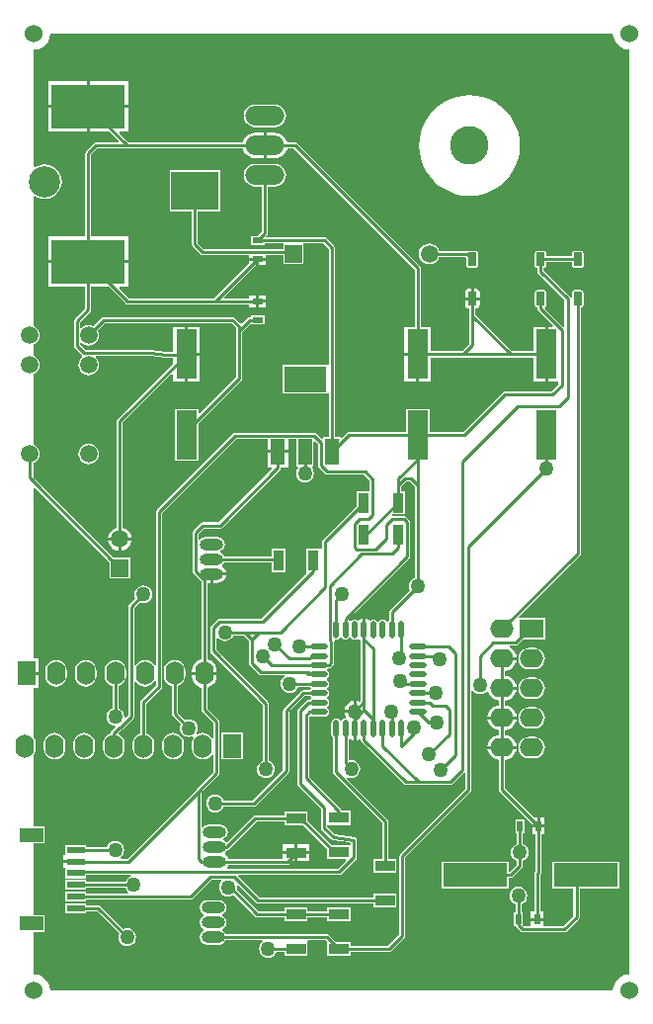
<source format=gtl>
G04*
G04 #@! TF.GenerationSoftware,Altium Limited,Altium Designer,20.0.13 (296)*
G04*
G04 Layer_Physical_Order=1*
G04 Layer_Color=255*
%FSLAX25Y25*%
%MOIN*%
G70*
G01*
G75*
%ADD16C,0.06000*%
%ADD20C,0.01000*%
%ADD22R,0.03819X0.06811*%
%ADD23O,0.02165X0.05906*%
%ADD24O,0.05906X0.02165*%
%ADD25R,0.06811X0.03819*%
%ADD26R,0.02126X0.03701*%
%ADD27R,0.03701X0.02126*%
%ADD28R,0.25000X0.15000*%
%ADD29R,0.15984X0.12992*%
G04:AMPARAMS|DCode=30|XSize=47.64mil|YSize=28.74mil|CornerRadius=2.59mil|HoleSize=0mil|Usage=FLASHONLY|Rotation=270.000|XOffset=0mil|YOffset=0mil|HoleType=Round|Shape=RoundedRectangle|*
%AMROUNDEDRECTD30*
21,1,0.04764,0.02357,0,0,270.0*
21,1,0.04247,0.02874,0,0,270.0*
1,1,0.00517,-0.01178,-0.02123*
1,1,0.00517,-0.01178,0.02123*
1,1,0.00517,0.01178,0.02123*
1,1,0.00517,0.01178,-0.02123*
%
%ADD30ROUNDEDRECTD30*%
%ADD31R,0.07087X0.16535*%
%ADD32R,0.14173X0.08661*%
%ADD33R,0.04800X0.08800*%
%ADD34R,0.21654X0.07874*%
%ADD35R,0.06102X0.02362*%
%ADD36R,0.07874X0.04724*%
%ADD67O,0.07874X0.03937*%
%ADD68O,0.07874X0.03937*%
%ADD69R,0.05937X0.05937*%
%ADD70C,0.05937*%
%ADD71C,0.05906*%
%ADD72R,0.05906X0.05906*%
%ADD73O,0.06299X0.07874*%
%ADD74R,0.06299X0.07874*%
%ADD75C,0.10551*%
%ADD76C,0.13000*%
%ADD77O,0.13200X0.06600*%
%ADD78R,0.07874X0.06299*%
%ADD79O,0.07874X0.06299*%
%ADD80C,0.05000*%
G36*
X205162Y332677D02*
X205348Y331262D01*
X205894Y329943D01*
X206764Y328811D01*
X207896Y327942D01*
X209215Y327395D01*
X210630Y327209D01*
Y15311D01*
X209215Y15124D01*
X207896Y14578D01*
X206764Y13709D01*
X205894Y12576D01*
X205348Y11258D01*
X205162Y9843D01*
X15311D01*
X15124Y11258D01*
X14578Y12576D01*
X13709Y13709D01*
X12577Y14578D01*
X11258Y15124D01*
X9843Y15311D01*
X9843Y15311D01*
Y29665D01*
X13484D01*
Y35390D01*
X9843D01*
Y59587D01*
X13484D01*
Y65311D01*
X9843D01*
Y89581D01*
X9975Y89754D01*
X10343Y90642D01*
X10469Y91594D01*
Y93169D01*
X10343Y94122D01*
X9975Y95010D01*
X9843Y95183D01*
Y111945D01*
X11437D01*
Y116382D01*
X7287D01*
Y117382D01*
X11437D01*
Y121819D01*
X9843D01*
Y179232D01*
X10305Y179423D01*
X35319Y154409D01*
Y148913D01*
X42256D01*
Y155850D01*
X36761D01*
X9843Y182769D01*
Y187789D01*
X10029Y187866D01*
X10750Y188419D01*
X11303Y189141D01*
X11651Y189980D01*
X11770Y190882D01*
X11651Y191783D01*
X11303Y192623D01*
X10750Y193344D01*
X10029Y193898D01*
X9843Y193975D01*
Y217789D01*
X10029Y217866D01*
X10750Y218419D01*
X11303Y219141D01*
X11651Y219981D01*
X11770Y220882D01*
X11651Y221783D01*
X11303Y222623D01*
X10750Y223344D01*
X10029Y223898D01*
X9843Y223975D01*
Y227789D01*
X10029Y227866D01*
X10750Y228419D01*
X11303Y229141D01*
X11651Y229980D01*
X11770Y230882D01*
X11651Y231783D01*
X11303Y232623D01*
X10750Y233344D01*
X10029Y233898D01*
X9843Y233975D01*
Y277608D01*
X10291Y277829D01*
X10481Y277683D01*
X11886Y277101D01*
X13394Y276903D01*
X14901Y277101D01*
X16307Y277683D01*
X17513Y278609D01*
X18439Y279816D01*
X19021Y281221D01*
X19219Y282728D01*
X19021Y284236D01*
X18439Y285641D01*
X17513Y286847D01*
X16307Y287773D01*
X14901Y288355D01*
X13394Y288554D01*
X11886Y288355D01*
X10481Y287773D01*
X10291Y287627D01*
X9843Y287848D01*
Y327209D01*
X9843Y327209D01*
X11258Y327395D01*
X12577Y327942D01*
X13709Y328811D01*
X14578Y329943D01*
X15124Y331262D01*
X15311Y332677D01*
X15311Y332677D01*
X205162D01*
X205162Y332677D01*
D02*
G37*
%LPC*%
G36*
X41697Y316543D02*
X28697D01*
Y308543D01*
X41697D01*
Y316543D01*
D02*
G37*
G36*
X27697D02*
X14697D01*
Y308543D01*
X27697D01*
Y316543D01*
D02*
G37*
G36*
X91087Y308715D02*
X84487D01*
X83495Y308584D01*
X82571Y308201D01*
X81777Y307592D01*
X81168Y306798D01*
X80785Y305874D01*
X80655Y304882D01*
X80785Y303890D01*
X81168Y302965D01*
X81777Y302172D01*
X82571Y301563D01*
X83495Y301180D01*
X84487Y301049D01*
X91087D01*
X92079Y301180D01*
X93004Y301563D01*
X93798Y302172D01*
X94407Y302965D01*
X94790Y303890D01*
X94920Y304882D01*
X94790Y305874D01*
X94407Y306798D01*
X93798Y307592D01*
X93004Y308201D01*
X92079Y308584D01*
X91087Y308715D01*
D02*
G37*
G36*
X27697Y307543D02*
X14697D01*
Y299543D01*
X27697D01*
Y307543D01*
D02*
G37*
G36*
X41697D02*
X28697D01*
Y299543D01*
X35255D01*
X38435Y296363D01*
X38243Y295901D01*
X30697D01*
X30307Y295824D01*
X29976Y295603D01*
X27476Y293103D01*
X27255Y292772D01*
X27177Y292382D01*
Y264220D01*
X14697D01*
Y256221D01*
X41697D01*
Y264220D01*
X29216D01*
Y291960D01*
X31119Y293862D01*
X80285D01*
X80298Y293759D01*
X80731Y292713D01*
X81421Y291815D01*
X82319Y291126D01*
X83365Y290693D01*
X84487Y290545D01*
X87287D01*
Y294882D01*
Y299219D01*
X84487D01*
X83365Y299071D01*
X82319Y298638D01*
X81421Y297949D01*
X80731Y297050D01*
X80298Y296004D01*
X80285Y295901D01*
X41780D01*
X38601Y299081D01*
X38792Y299543D01*
X41697D01*
Y307543D01*
D02*
G37*
G36*
X156787Y311918D02*
X154564Y311773D01*
X152378Y311338D01*
X150268Y310622D01*
X148269Y309636D01*
X146416Y308398D01*
X144741Y306928D01*
X143272Y305253D01*
X142033Y303400D01*
X141048Y301401D01*
X140331Y299291D01*
X139897Y297106D01*
X139751Y294882D01*
X139897Y292658D01*
X140331Y290473D01*
X141048Y288362D01*
X142033Y286364D01*
X143272Y284511D01*
X144741Y282835D01*
X146416Y281366D01*
X148269Y280128D01*
X150268Y279142D01*
X152378Y278426D01*
X154564Y277991D01*
X156787Y277845D01*
X159011Y277991D01*
X161197Y278426D01*
X163307Y279142D01*
X165306Y280128D01*
X167158Y281366D01*
X168834Y282835D01*
X170303Y284511D01*
X171541Y286364D01*
X172527Y288362D01*
X173243Y290473D01*
X173678Y292658D01*
X173824Y294882D01*
X173678Y297106D01*
X173243Y299291D01*
X172527Y301401D01*
X171541Y303400D01*
X170303Y305253D01*
X168834Y306928D01*
X167158Y308398D01*
X165306Y309636D01*
X163307Y310622D01*
X161197Y311338D01*
X159011Y311773D01*
X156787Y311918D01*
D02*
G37*
G36*
X91087Y288715D02*
X84487D01*
X83495Y288584D01*
X82571Y288201D01*
X81777Y287592D01*
X81168Y286798D01*
X80785Y285874D01*
X80655Y284882D01*
X80785Y283890D01*
X81168Y282965D01*
X81777Y282172D01*
X82571Y281563D01*
X83495Y281180D01*
X84487Y281049D01*
X86768D01*
Y265804D01*
X85409Y264445D01*
X82937D01*
Y261319D01*
X87638D01*
Y261862D01*
X93413D01*
X93902Y261835D01*
Y260001D01*
X67210D01*
X65201Y262010D01*
Y272740D01*
X72673D01*
Y286732D01*
X55689D01*
Y272740D01*
X63162D01*
Y261588D01*
X63239Y261198D01*
X63460Y260867D01*
X66066Y258261D01*
X66397Y258040D01*
X66787Y257962D01*
X82437D01*
Y257083D01*
X85287D01*
X88138D01*
Y257962D01*
X93902D01*
Y254929D01*
X100807D01*
Y261835D01*
X101296Y261862D01*
X107465D01*
X109368Y259960D01*
Y220928D01*
X108874Y220913D01*
X108868Y220913D01*
X93701D01*
Y211252D01*
X108868D01*
X108874Y211252D01*
X109368Y211237D01*
Y196581D01*
X107487D01*
Y195977D01*
X107026Y195786D01*
X105008Y197803D01*
X104678Y198024D01*
X104287Y198101D01*
X77687D01*
X77297Y198024D01*
X76966Y197803D01*
X51266Y172103D01*
X51045Y171772D01*
X50968Y171382D01*
Y119627D01*
X50499Y119516D01*
X50468Y119520D01*
X49890Y120272D01*
X49128Y120857D01*
X48240Y121225D01*
X47287Y121350D01*
X46335Y121225D01*
X45447Y120857D01*
X44684Y120272D01*
X44107Y119520D01*
X44075Y119516D01*
X43607Y119627D01*
Y138860D01*
X45511Y140763D01*
X46004Y140559D01*
X46787Y140456D01*
X47571Y140559D01*
X48300Y140861D01*
X48927Y141342D01*
X49408Y141969D01*
X49710Y142699D01*
X49813Y143482D01*
X49710Y144265D01*
X49408Y144995D01*
X48927Y145622D01*
X48300Y146102D01*
X47571Y146405D01*
X46787Y146508D01*
X46004Y146405D01*
X45274Y146102D01*
X44648Y145622D01*
X44167Y144995D01*
X43865Y144265D01*
X43762Y143482D01*
X43865Y142699D01*
X44069Y142205D01*
X41866Y140003D01*
X41645Y139672D01*
X41568Y139282D01*
Y102804D01*
X40783Y102020D01*
X40310Y102253D01*
X40313Y102282D01*
X40210Y103065D01*
X39908Y103795D01*
X39427Y104421D01*
X38800Y104902D01*
X38307Y105107D01*
Y112566D01*
X39128Y112907D01*
X39890Y113492D01*
X40475Y114254D01*
X40843Y115142D01*
X40968Y116095D01*
Y117669D01*
X40843Y118622D01*
X40475Y119510D01*
X39890Y120272D01*
X39128Y120857D01*
X38240Y121225D01*
X37287Y121350D01*
X36335Y121225D01*
X35447Y120857D01*
X34685Y120272D01*
X34100Y119510D01*
X33732Y118622D01*
X33606Y117669D01*
Y116095D01*
X33732Y115142D01*
X34100Y114254D01*
X34685Y113492D01*
X35447Y112907D01*
X36268Y112566D01*
Y105107D01*
X35774Y104902D01*
X35148Y104421D01*
X34667Y103795D01*
X34365Y103065D01*
X34262Y102282D01*
X34365Y101499D01*
X34667Y100769D01*
X35148Y100142D01*
X35774Y99661D01*
X36504Y99359D01*
X37133Y99276D01*
X37361Y98798D01*
X36066Y97503D01*
X35845Y97172D01*
X35768Y96782D01*
Y96697D01*
X34947Y96357D01*
X34185Y95772D01*
X33599Y95010D01*
X33232Y94122D01*
X33106Y93169D01*
Y91594D01*
X33232Y90642D01*
X33599Y89754D01*
X34185Y88992D01*
X34947Y88407D01*
X35835Y88039D01*
X36787Y87913D01*
X37740Y88039D01*
X38628Y88407D01*
X39390Y88992D01*
X39975Y89754D01*
X40343Y90642D01*
X40468Y91594D01*
Y93169D01*
X40343Y94122D01*
X39975Y95010D01*
X39390Y95772D01*
X38628Y96357D01*
X38462Y96426D01*
X38364Y96917D01*
X39265Y97817D01*
X39378Y97840D01*
X39708Y98061D01*
X43308Y101661D01*
X43529Y101992D01*
X43607Y102382D01*
Y114136D01*
X44075Y114248D01*
X44107Y114244D01*
X44684Y113492D01*
X45447Y112907D01*
X46335Y112539D01*
X47287Y112413D01*
X48240Y112539D01*
X49128Y112907D01*
X49890Y113492D01*
X50468Y114244D01*
X50499Y114248D01*
X50968Y114136D01*
Y112804D01*
X46066Y107903D01*
X45845Y107572D01*
X45768Y107182D01*
Y96697D01*
X44947Y96357D01*
X44184Y95772D01*
X43600Y95010D01*
X43232Y94122D01*
X43106Y93169D01*
Y91594D01*
X43232Y90642D01*
X43600Y89754D01*
X44184Y88992D01*
X44947Y88407D01*
X45835Y88039D01*
X46787Y87913D01*
X47740Y88039D01*
X48628Y88407D01*
X49390Y88992D01*
X49975Y89754D01*
X50343Y90642D01*
X50468Y91594D01*
Y93169D01*
X50343Y94122D01*
X49975Y95010D01*
X49390Y95772D01*
X48628Y96357D01*
X47807Y96697D01*
Y106760D01*
X52708Y111661D01*
X52929Y111992D01*
X53007Y112382D01*
Y170960D01*
X78110Y196062D01*
X88787D01*
Y192182D01*
X95587D01*
Y196062D01*
X98387D01*
Y186782D01*
X98847D01*
X99040Y186282D01*
X98667Y185795D01*
X98365Y185065D01*
X98261Y184282D01*
X98365Y183499D01*
X98667Y182769D01*
X99148Y182142D01*
X99774Y181661D01*
X100504Y181359D01*
X101287Y181256D01*
X102071Y181359D01*
X102800Y181661D01*
X103427Y182142D01*
X103908Y182769D01*
X104210Y183499D01*
X104313Y184282D01*
X104210Y185065D01*
X103908Y185795D01*
X103534Y186282D01*
X103727Y186782D01*
X104187D01*
Y195087D01*
X104649Y195278D01*
X105768Y194160D01*
Y186882D01*
X105845Y186492D01*
X106066Y186161D01*
X108066Y184161D01*
X108397Y183940D01*
X108787Y183862D01*
X121165D01*
X123068Y181960D01*
Y178315D01*
X118732D01*
Y173414D01*
X107266Y161949D01*
X107045Y161618D01*
X106968Y161228D01*
Y158922D01*
X106524Y158787D01*
Y158787D01*
X101705D01*
Y150976D01*
X101705D01*
X101869Y150579D01*
X86692Y135401D01*
X72287D01*
X71897Y135324D01*
X71566Y135103D01*
X69566Y133103D01*
X69345Y132772D01*
X69268Y132382D01*
Y124482D01*
X69345Y124092D01*
X69566Y123761D01*
X87068Y106260D01*
Y87407D01*
X86575Y87202D01*
X85948Y86721D01*
X85467Y86095D01*
X85165Y85365D01*
X85062Y84582D01*
X85165Y83799D01*
X85467Y83069D01*
X85948Y82442D01*
X86575Y81961D01*
X87304Y81659D01*
X88087Y81556D01*
X88871Y81659D01*
X89600Y81961D01*
X90227Y82442D01*
X90708Y83069D01*
X91010Y83799D01*
X91113Y84582D01*
X91010Y85365D01*
X90708Y86095D01*
X90227Y86721D01*
X89600Y87202D01*
X89107Y87407D01*
Y106682D01*
X89029Y107072D01*
X88808Y107403D01*
X71307Y124904D01*
Y128917D01*
X71807Y129086D01*
X72148Y128642D01*
X72774Y128161D01*
X73504Y127859D01*
X74287Y127756D01*
X75071Y127859D01*
X75800Y128161D01*
X76427Y128642D01*
X76908Y129269D01*
X77112Y129762D01*
X80465D01*
X82268Y127960D01*
Y120382D01*
X82345Y119992D01*
X82566Y119661D01*
X85566Y116661D01*
X85897Y116440D01*
X86287Y116362D01*
X94356D01*
X94437Y116201D01*
X94489Y115862D01*
X93948Y115447D01*
X93467Y114820D01*
X93165Y114090D01*
X93062Y113307D01*
X93165Y112524D01*
X93467Y111794D01*
X93948Y111168D01*
X94574Y110687D01*
X95304Y110384D01*
X96087Y110281D01*
X96871Y110384D01*
X97600Y110687D01*
X98227Y111168D01*
X98708Y111794D01*
X98912Y112287D01*
X102963D01*
X103044Y112166D01*
X103243Y112033D01*
Y111561D01*
X102849Y111177D01*
X100663D01*
X100273Y111100D01*
X99942Y110878D01*
X94166Y105103D01*
X93945Y104772D01*
X93868Y104382D01*
Y84404D01*
X83465Y74001D01*
X73812D01*
X73608Y74495D01*
X73127Y75121D01*
X72500Y75602D01*
X71771Y75905D01*
X70987Y76008D01*
X70204Y75905D01*
X69475Y75602D01*
X68848Y75121D01*
X68367Y74495D01*
X68065Y73765D01*
X67962Y72982D01*
X68065Y72199D01*
X68367Y71469D01*
X68848Y70842D01*
X69475Y70361D01*
X70204Y70059D01*
X70987Y69956D01*
X71771Y70059D01*
X72500Y70361D01*
X73127Y70842D01*
X73608Y71469D01*
X73812Y71962D01*
X83887D01*
X84278Y72040D01*
X84608Y72261D01*
X95608Y83261D01*
X95829Y83592D01*
X95907Y83982D01*
Y103960D01*
X101085Y109138D01*
X102963D01*
X103044Y109017D01*
X103243Y108883D01*
Y108411D01*
X102849Y108028D01*
X102313D01*
X101923Y107950D01*
X101592Y107729D01*
X98966Y105103D01*
X98745Y104772D01*
X98668Y104382D01*
Y79582D01*
X98745Y79192D01*
X98966Y78861D01*
X106768Y71060D01*
Y64782D01*
X106845Y64392D01*
X107066Y64061D01*
X110166Y60961D01*
X110272Y60891D01*
X110366Y60806D01*
X110436Y60781D01*
X110497Y60740D01*
X110622Y60715D01*
X110741Y60673D01*
X116535Y59833D01*
X116701Y59442D01*
X116474Y58945D01*
X110320D01*
X102193Y67072D01*
Y70445D01*
X94382D01*
Y69055D01*
X84487D01*
X84097Y68977D01*
X83766Y68756D01*
X75069Y60059D01*
X74571Y60108D01*
X74536Y60162D01*
X73873Y60604D01*
X73859Y60645D01*
Y61118D01*
X73873Y61160D01*
X74536Y61602D01*
X75081Y62419D01*
X75273Y63382D01*
X75081Y64345D01*
X74536Y65162D01*
X73719Y65707D01*
X72756Y65899D01*
X68819D01*
X67856Y65707D01*
X67039Y65162D01*
X66807Y64814D01*
X66307Y64966D01*
Y76560D01*
X72208Y82461D01*
X72429Y82792D01*
X72507Y83182D01*
Y100482D01*
X72429Y100872D01*
X72208Y101203D01*
X68307Y105104D01*
Y112043D01*
X68371Y112052D01*
X69380Y112470D01*
X70247Y113135D01*
X70912Y114002D01*
X71330Y115011D01*
X71473Y116095D01*
Y116382D01*
X67287D01*
X63102D01*
Y116095D01*
X63245Y115011D01*
X63663Y114002D01*
X64328Y113135D01*
X65195Y112470D01*
X66204Y112052D01*
X66268Y112043D01*
Y104682D01*
X66345Y104292D01*
X66566Y103961D01*
X70468Y100060D01*
Y95127D01*
X69999Y95016D01*
X69968Y95020D01*
X69390Y95772D01*
X68628Y96357D01*
X67740Y96725D01*
X66787Y96850D01*
X65835Y96725D01*
X64947Y96357D01*
X64943Y96355D01*
X64587Y96711D01*
X64708Y96869D01*
X65010Y97599D01*
X65113Y98382D01*
X65010Y99165D01*
X64708Y99895D01*
X64227Y100522D01*
X63600Y101002D01*
X62871Y101305D01*
X62087Y101408D01*
X61304Y101305D01*
X60811Y101100D01*
X58307Y103604D01*
Y112566D01*
X59128Y112907D01*
X59890Y113492D01*
X60475Y114254D01*
X60843Y115142D01*
X60969Y116095D01*
Y117669D01*
X60843Y118622D01*
X60475Y119510D01*
X59890Y120272D01*
X59128Y120857D01*
X58240Y121225D01*
X57287Y121350D01*
X56335Y121225D01*
X55447Y120857D01*
X54685Y120272D01*
X54100Y119510D01*
X53732Y118622D01*
X53606Y117669D01*
Y116095D01*
X53732Y115142D01*
X54100Y114254D01*
X54685Y113492D01*
X55447Y112907D01*
X56268Y112566D01*
Y103182D01*
X56345Y102792D01*
X56566Y102461D01*
X59369Y99658D01*
X59165Y99165D01*
X59061Y98382D01*
X59165Y97599D01*
X59467Y96869D01*
X59948Y96242D01*
X60575Y95761D01*
X61304Y95459D01*
X62087Y95356D01*
X62871Y95459D01*
X63074Y95543D01*
X63652Y95241D01*
X63680Y95114D01*
X63599Y95010D01*
X63232Y94122D01*
X63106Y93169D01*
Y91594D01*
X63232Y90642D01*
X63599Y89754D01*
X64184Y88992D01*
X64947Y88407D01*
X65835Y88039D01*
X66787Y87913D01*
X67740Y88039D01*
X68628Y88407D01*
X69390Y88992D01*
X69968Y89744D01*
X69999Y89748D01*
X70468Y89636D01*
Y83604D01*
X64566Y77703D01*
X41277Y54413D01*
X39235D01*
X39065Y54913D01*
X39427Y55191D01*
X39908Y55818D01*
X40210Y56547D01*
X40313Y57331D01*
X40210Y58114D01*
X39908Y58844D01*
X39427Y59470D01*
X38800Y59951D01*
X38071Y60254D01*
X37287Y60357D01*
X36504Y60254D01*
X35774Y59951D01*
X35148Y59470D01*
X34667Y58844D01*
X34462Y58350D01*
X27461D01*
Y59012D01*
X20358D01*
Y55650D01*
X19889Y55575D01*
X19858D01*
Y53894D01*
X23909D01*
Y52894D01*
X19858D01*
Y51213D01*
X19889D01*
X20358Y51138D01*
Y47776D01*
X27461D01*
Y48880D01*
X42493D01*
X42592Y48381D01*
X42012Y48140D01*
X41386Y47659D01*
X40905Y47033D01*
X40700Y46539D01*
X27461D01*
Y47201D01*
X20358D01*
Y43839D01*
X27461D01*
Y44500D01*
X40700D01*
X40905Y44007D01*
X41386Y43380D01*
X41748Y43102D01*
X41578Y42602D01*
X27461D01*
Y43264D01*
X20358D01*
Y39902D01*
X27461D01*
Y40563D01*
X62588D01*
X62978Y40641D01*
X63309Y40862D01*
X69828Y47381D01*
X73059D01*
X73228Y46880D01*
X73156Y46825D01*
X72675Y46198D01*
X72373Y45468D01*
X72269Y44685D01*
X72373Y43902D01*
X72675Y43172D01*
X73156Y42545D01*
X73782Y42064D01*
X74512Y41762D01*
X75295Y41659D01*
X76078Y41762D01*
X76808Y42064D01*
X77083Y42275D01*
X84390Y34968D01*
X84721Y34747D01*
X85111Y34669D01*
X94382D01*
Y33279D01*
X102193D01*
Y34669D01*
X105037D01*
X105151Y34593D01*
X105541Y34516D01*
X108882D01*
Y33126D01*
X116693D01*
Y37945D01*
X108882D01*
Y36555D01*
X105891D01*
X105778Y36631D01*
X105387Y36709D01*
X102193D01*
Y38098D01*
X94382D01*
Y36709D01*
X85533D01*
X78232Y44010D01*
X78321Y44685D01*
X78231Y45370D01*
X78475Y45557D01*
X78680Y45628D01*
X84800Y39507D01*
X85131Y39286D01*
X85521Y39209D01*
X124382D01*
Y37819D01*
X132193D01*
Y42638D01*
X124382D01*
Y41248D01*
X85944D01*
X78773Y48419D01*
X78964Y48880D01*
X112881D01*
X113271Y48958D01*
X113602Y49179D01*
X113602Y49179D01*
X118508Y54085D01*
X118729Y54416D01*
X118807Y54806D01*
Y60682D01*
X118782Y60806D01*
X118776Y60933D01*
X118744Y61000D01*
X118729Y61072D01*
X118659Y61177D01*
X118604Y61292D01*
X118549Y61341D01*
X118508Y61403D01*
X118403Y61473D01*
X118309Y61558D01*
X118239Y61583D01*
X118178Y61624D01*
X118053Y61649D01*
X117934Y61691D01*
X111369Y62642D01*
X108807Y65204D01*
Y65311D01*
X108882Y65779D01*
X116693D01*
Y70598D01*
X113764D01*
X113729Y70772D01*
X113508Y71103D01*
X102708Y81903D01*
Y102337D01*
X103071Y102699D01*
X103568Y102367D01*
X104185Y102245D01*
X107925D01*
X108543Y102367D01*
X109066Y102717D01*
X109416Y103241D01*
X109539Y103858D01*
X109416Y104476D01*
X109066Y104999D01*
X108867Y105132D01*
Y105734D01*
X109066Y105867D01*
X109416Y106390D01*
X109539Y107008D01*
X109416Y107625D01*
X109066Y108149D01*
X108867Y108282D01*
Y108883D01*
X109066Y109017D01*
X109416Y109540D01*
X109539Y110158D01*
X109416Y110775D01*
X109066Y111299D01*
X108867Y111432D01*
Y112033D01*
X109066Y112166D01*
X109416Y112690D01*
X109539Y113307D01*
X109416Y113925D01*
X109066Y114448D01*
X108867Y114581D01*
Y115183D01*
X109066Y115316D01*
X109416Y115839D01*
X109539Y116457D01*
X109416Y117074D01*
X109066Y117598D01*
X108867Y117731D01*
Y118203D01*
X109262Y118587D01*
X109312D01*
X109702Y118664D01*
X110033Y118885D01*
X110808Y119661D01*
X111029Y119992D01*
X111107Y120382D01*
Y127482D01*
X111051Y127762D01*
X111265Y128075D01*
X111411Y128200D01*
X111764Y128130D01*
X112381Y128253D01*
X112905Y128603D01*
X113038Y128802D01*
X113639D01*
X113772Y128603D01*
X114296Y128253D01*
X114913Y128130D01*
X115531Y128253D01*
X116054Y128603D01*
X116188Y128802D01*
X116789D01*
X116922Y128603D01*
X117446Y128253D01*
X118063Y128130D01*
X118681Y128253D01*
X118972Y128448D01*
X119615Y128386D01*
X119711Y128243D01*
X120193Y127920D01*
Y107629D01*
X119747Y107183D01*
X119001Y107492D01*
X118587Y107546D01*
Y104082D01*
X118087D01*
Y103582D01*
X114623D01*
X114678Y103168D01*
X115030Y102317D01*
X115208Y102085D01*
X114926Y101631D01*
X114913Y101634D01*
X114296Y101511D01*
X113772Y101161D01*
X113639Y100962D01*
X113038D01*
X112905Y101161D01*
X112381Y101511D01*
X111764Y101634D01*
X111146Y101511D01*
X110623Y101161D01*
X110273Y100637D01*
X110150Y100020D01*
Y96280D01*
X110273Y95662D01*
X110623Y95139D01*
X110744Y95057D01*
Y83582D01*
X110822Y83192D01*
X111043Y82861D01*
X127268Y66636D01*
Y54291D01*
X124382D01*
Y49472D01*
X132193D01*
Y54291D01*
X129307D01*
Y67058D01*
X129229Y67449D01*
X129008Y67779D01*
X115362Y81425D01*
X115646Y81849D01*
X116104Y81659D01*
X116887Y81556D01*
X117671Y81659D01*
X118400Y81961D01*
X119027Y82442D01*
X119508Y83069D01*
X119810Y83799D01*
X119913Y84582D01*
X119810Y85365D01*
X119508Y86095D01*
X119027Y86721D01*
X118400Y87202D01*
X117671Y87505D01*
X116887Y87608D01*
X116433Y87548D01*
X115933Y87939D01*
Y94692D01*
X116381Y94943D01*
X116465Y94922D01*
X116561Y94778D01*
X117250Y94318D01*
X117563Y94256D01*
Y98150D01*
X118563D01*
Y94256D01*
X118876Y94318D01*
X119564Y94778D01*
X119661Y94922D01*
X119745Y94943D01*
X120193Y94692D01*
Y94382D01*
X120271Y93992D01*
X120492Y93661D01*
X134592Y79561D01*
X134922Y79340D01*
X135313Y79262D01*
X150250D01*
X150640Y79340D01*
X150971Y79561D01*
X154831Y83420D01*
X155331Y83213D01*
Y77967D01*
X133466Y56103D01*
X133245Y55772D01*
X133168Y55382D01*
Y28804D01*
X129265Y24902D01*
X116693D01*
Y26291D01*
X111820D01*
X109508Y28603D01*
X109178Y28824D01*
X108787Y28901D01*
X74543D01*
X74036Y29662D01*
X73373Y30104D01*
X73359Y30145D01*
Y30618D01*
X73373Y30660D01*
X74036Y31102D01*
X74581Y31919D01*
X74773Y32882D01*
X74581Y33845D01*
X74036Y34662D01*
X73373Y35104D01*
X73359Y35145D01*
Y35618D01*
X73373Y35660D01*
X74036Y36102D01*
X74581Y36919D01*
X74773Y37882D01*
X74581Y38845D01*
X74036Y39662D01*
X73219Y40207D01*
X72256Y40399D01*
X68319D01*
X67356Y40207D01*
X66539Y39662D01*
X65994Y38845D01*
X65802Y37882D01*
X65994Y36919D01*
X66539Y36102D01*
X67202Y35660D01*
X67216Y35618D01*
Y35145D01*
X67202Y35104D01*
X66539Y34662D01*
X65994Y33845D01*
X65802Y32882D01*
X65994Y31919D01*
X66539Y31102D01*
X67202Y30660D01*
X67216Y30618D01*
Y30145D01*
X67202Y30104D01*
X66539Y29662D01*
X65994Y28845D01*
X65802Y27882D01*
X65994Y26919D01*
X66539Y26102D01*
X67356Y25557D01*
X68319Y25365D01*
X72256D01*
X73219Y25557D01*
X74036Y26102D01*
X74543Y26862D01*
X86768D01*
X86938Y26362D01*
X86694Y26175D01*
X86213Y25548D01*
X85911Y24819D01*
X85808Y24035D01*
X85911Y23252D01*
X86213Y22523D01*
X86694Y21896D01*
X87321Y21415D01*
X88051Y21113D01*
X88834Y21010D01*
X89617Y21113D01*
X90347Y21415D01*
X90973Y21896D01*
X91454Y22523D01*
X91659Y23016D01*
X94382D01*
Y21626D01*
X102193D01*
Y26445D01*
X102392Y26862D01*
X108365D01*
X108582Y26646D01*
X108882Y26291D01*
X108882D01*
X108882Y26291D01*
Y21472D01*
X116693D01*
Y22862D01*
X129687D01*
X130078Y22940D01*
X130408Y23161D01*
X134908Y27661D01*
X135129Y27992D01*
X135207Y28382D01*
Y54960D01*
X157071Y76824D01*
X157292Y77154D01*
X157370Y77545D01*
Y111066D01*
X157870Y111235D01*
X158248Y110742D01*
X158874Y110261D01*
X159604Y109959D01*
X160387Y109856D01*
X161171Y109959D01*
X161900Y110261D01*
X162478Y110705D01*
X162528Y110714D01*
X162680Y110698D01*
X163042Y110593D01*
X163375Y109789D01*
X164041Y108922D01*
X164907Y108257D01*
X165917Y107839D01*
X166768Y107727D01*
Y106037D01*
X165917Y105925D01*
X164907Y105507D01*
X164041Y104841D01*
X163375Y103975D01*
X162957Y102965D01*
X162880Y102382D01*
X172694D01*
X172618Y102965D01*
X172199Y103975D01*
X171534Y104841D01*
X170668Y105507D01*
X169658Y105925D01*
X168807Y106037D01*
Y107727D01*
X169658Y107839D01*
X170668Y108257D01*
X171534Y108922D01*
X172199Y109789D01*
X172618Y110799D01*
X172694Y111382D01*
X167787D01*
Y112382D01*
X172694D01*
X172618Y112965D01*
X172199Y113975D01*
X171534Y114841D01*
X170668Y115507D01*
X169658Y115925D01*
X168807Y116037D01*
Y117727D01*
X169658Y117839D01*
X170668Y118257D01*
X171534Y118922D01*
X172199Y119789D01*
X172618Y120799D01*
X172694Y121382D01*
X167787D01*
Y122382D01*
X172694D01*
X172618Y122965D01*
X172199Y123975D01*
X171534Y124841D01*
X170668Y125507D01*
X170291Y125662D01*
X170391Y126162D01*
X172287D01*
X172678Y126240D01*
X173008Y126461D01*
X174780Y128232D01*
X182224D01*
Y135531D01*
X173768D01*
X173586Y135531D01*
X173379Y136031D01*
X194008Y156661D01*
X194229Y156992D01*
X194307Y157382D01*
Y240371D01*
X194466D01*
X194762Y240430D01*
X195013Y240598D01*
X195180Y240848D01*
X195239Y241144D01*
Y245391D01*
X195180Y245687D01*
X195013Y245938D01*
X194762Y246106D01*
X194466Y246164D01*
X192109D01*
X191813Y246106D01*
X191562Y245938D01*
X191394Y245687D01*
X191335Y245391D01*
Y243690D01*
X190835Y243641D01*
X190829Y243672D01*
X190608Y244003D01*
X181807Y252804D01*
Y253599D01*
X181966D01*
X182262Y253658D01*
X182513Y253826D01*
X182680Y254077D01*
X182739Y254373D01*
Y255476D01*
X191335D01*
Y254373D01*
X191394Y254077D01*
X191562Y253826D01*
X191813Y253658D01*
X192109Y253599D01*
X194466D01*
X194762Y253658D01*
X195013Y253826D01*
X195180Y254077D01*
X195239Y254373D01*
Y258619D01*
X195180Y258915D01*
X195013Y259166D01*
X194762Y259334D01*
X194466Y259393D01*
X192109D01*
X191813Y259334D01*
X191562Y259166D01*
X191394Y258915D01*
X191335Y258619D01*
Y257516D01*
X182739D01*
Y258619D01*
X182680Y258915D01*
X182513Y259166D01*
X182262Y259334D01*
X181966Y259393D01*
X179609D01*
X179313Y259334D01*
X179062Y259166D01*
X178894Y258915D01*
X178835Y258619D01*
Y254373D01*
X178894Y254077D01*
X179062Y253826D01*
X179313Y253658D01*
X179609Y253599D01*
X179768D01*
Y252382D01*
X179845Y251992D01*
X180066Y251661D01*
X188868Y242860D01*
Y233954D01*
X188368Y233747D01*
X182206Y239909D01*
X182229Y240120D01*
X182340Y240482D01*
X182513Y240598D01*
X182680Y240848D01*
X182739Y241144D01*
Y245391D01*
X182680Y245687D01*
X182513Y245938D01*
X182262Y246106D01*
X181966Y246164D01*
X179609D01*
X179313Y246106D01*
X179062Y245938D01*
X178894Y245687D01*
X178835Y245391D01*
Y241144D01*
X178894Y240848D01*
X179062Y240598D01*
X179313Y240430D01*
X179609Y240371D01*
X179768D01*
Y239886D01*
X179845Y239495D01*
X180066Y239165D01*
X185037Y234194D01*
X184846Y233732D01*
X183287D01*
Y224465D01*
Y215197D01*
X186868D01*
Y214404D01*
X184365Y211901D01*
X168687D01*
X168297Y211824D01*
X167966Y211603D01*
X154665Y198301D01*
X143331D01*
Y206067D01*
X135244D01*
Y198319D01*
X116005D01*
X115615Y198241D01*
X115284Y198020D01*
X113682Y196418D01*
X113287Y196581D01*
Y196581D01*
X111407D01*
Y260382D01*
X111329Y260772D01*
X111108Y261103D01*
X108608Y263603D01*
X108278Y263824D01*
X107887Y263901D01*
X88402D01*
X88211Y264363D01*
X88508Y264661D01*
X88729Y264992D01*
X88807Y265382D01*
Y281049D01*
X91087D01*
X92079Y281180D01*
X93004Y281563D01*
X93798Y282172D01*
X94407Y282965D01*
X94790Y283890D01*
X94920Y284882D01*
X94790Y285874D01*
X94407Y286798D01*
X93798Y287592D01*
X93004Y288201D01*
X92079Y288584D01*
X91087Y288715D01*
D02*
G37*
G36*
X88138Y256083D02*
X85787D01*
Y254520D01*
X88138D01*
Y256083D01*
D02*
G37*
G36*
X143220Y261864D02*
X142319Y261746D01*
X141479Y261398D01*
X140758Y260844D01*
X140204Y260123D01*
X139857Y259283D01*
X139738Y258382D01*
X139857Y257481D01*
X140204Y256641D01*
X140758Y255919D01*
X141479Y255366D01*
X142319Y255018D01*
X143220Y254899D01*
X144122Y255018D01*
X144962Y255366D01*
X145683Y255919D01*
X146236Y256641D01*
X146535Y257362D01*
X155479D01*
X155835Y257006D01*
Y254373D01*
X155894Y254077D01*
X156062Y253826D01*
X156313Y253658D01*
X156609Y253599D01*
X158966D01*
X159262Y253658D01*
X159513Y253826D01*
X159680Y254077D01*
X159739Y254373D01*
Y258619D01*
X159680Y258915D01*
X159513Y259166D01*
X159262Y259334D01*
X158966Y259393D01*
X156609D01*
X156313Y259334D01*
X156295Y259322D01*
X156292Y259324D01*
X155902Y259401D01*
X146535D01*
X146236Y260123D01*
X145683Y260844D01*
X144962Y261398D01*
X144122Y261746D01*
X143220Y261864D01*
D02*
G37*
G36*
X158966Y246674D02*
X158287D01*
Y243768D01*
X160249D01*
Y245391D01*
X160151Y245882D01*
X159873Y246298D01*
X159457Y246576D01*
X158966Y246674D01*
D02*
G37*
G36*
X157287D02*
X156609D01*
X156118Y246576D01*
X155702Y246298D01*
X155423Y245882D01*
X155326Y245391D01*
Y243768D01*
X157287D01*
Y246674D01*
D02*
G37*
G36*
X84787Y256083D02*
X82437D01*
Y255174D01*
X70664Y243402D01*
X41958D01*
X38601Y246759D01*
X38792Y247220D01*
X41697D01*
Y255221D01*
X14697D01*
Y247220D01*
X27177D01*
Y239914D01*
X23566Y236303D01*
X23345Y235972D01*
X23268Y235582D01*
Y227382D01*
X23345Y226992D01*
X23566Y226661D01*
X26066Y224161D01*
X26067Y224161D01*
X26087Y223546D01*
X25825Y223344D01*
X25271Y222623D01*
X24924Y221783D01*
X24805Y220882D01*
X24924Y219981D01*
X25271Y219141D01*
X25825Y218419D01*
X26546Y217866D01*
X27386Y217518D01*
X28287Y217399D01*
X29189Y217518D01*
X30029Y217866D01*
X30750Y218419D01*
X31303Y219141D01*
X31651Y219981D01*
X31770Y220882D01*
X31651Y221783D01*
X31303Y222623D01*
X30750Y223344D01*
X30692Y223389D01*
X30853Y223862D01*
X49039D01*
X54292Y223367D01*
X54340Y223372D01*
X54387Y223362D01*
X56744D01*
Y221281D01*
X38066Y202603D01*
X37845Y202272D01*
X37768Y201882D01*
Y166093D01*
X37751Y166091D01*
X36786Y165691D01*
X35957Y165055D01*
X35321Y164226D01*
X34921Y163260D01*
X34850Y162724D01*
X38787D01*
X42724D01*
X42654Y163260D01*
X42254Y164226D01*
X41618Y165055D01*
X40789Y165691D01*
X39823Y166091D01*
X39807Y166093D01*
Y201460D01*
X56282Y217935D01*
X56744Y217743D01*
Y215197D01*
X60787D01*
Y224465D01*
Y233732D01*
X56744D01*
Y225401D01*
X54435D01*
X49183Y225897D01*
X49135Y225892D01*
X49087Y225902D01*
X27210D01*
X25307Y227804D01*
Y228316D01*
X25780Y228477D01*
X25825Y228419D01*
X26546Y227866D01*
X27386Y227518D01*
X28287Y227399D01*
X29189Y227518D01*
X30029Y227866D01*
X30750Y228419D01*
X31303Y229141D01*
X31651Y229980D01*
X31770Y230882D01*
X31651Y231783D01*
X31352Y232505D01*
X33911Y235063D01*
X76365D01*
X77968Y233460D01*
Y232382D01*
Y216704D01*
X65793Y204529D01*
X65331Y204720D01*
Y206067D01*
X57244D01*
Y188532D01*
X65331D01*
Y201183D01*
X79708Y215561D01*
X79929Y215892D01*
X80007Y216282D01*
Y231960D01*
X82675Y234628D01*
X82937Y234520D01*
Y234520D01*
X87638D01*
Y237646D01*
X82937D01*
Y237102D01*
X82688D01*
X82298Y237025D01*
X81967Y236804D01*
X80079Y234916D01*
X79384Y234928D01*
X77508Y236804D01*
X77178Y237025D01*
X76787Y237102D01*
X33488D01*
X33098Y237025D01*
X32767Y236804D01*
X29910Y233947D01*
X29189Y234246D01*
X28287Y234364D01*
X27386Y234246D01*
X26546Y233898D01*
X25825Y233344D01*
X25780Y233286D01*
X25307Y233447D01*
Y235160D01*
X28918Y238770D01*
X29139Y239101D01*
X29216Y239491D01*
Y247220D01*
X35255D01*
X40814Y241661D01*
X41145Y241440D01*
X41535Y241362D01*
X82437D01*
Y240319D01*
X84787D01*
Y242382D01*
Y244445D01*
X82437D01*
Y243402D01*
X74201D01*
X74010Y243863D01*
X84666Y254520D01*
X84787D01*
Y256083D01*
D02*
G37*
G36*
X88138Y244445D02*
X85787D01*
Y242882D01*
X88138D01*
Y244445D01*
D02*
G37*
G36*
Y241882D02*
X85787D01*
Y240319D01*
X88138D01*
Y241882D01*
D02*
G37*
G36*
X65831Y233732D02*
X61787D01*
Y224964D01*
X65831D01*
Y233732D01*
D02*
G37*
G36*
X91087Y299219D02*
X88287D01*
Y294882D01*
Y290545D01*
X91087D01*
X92210Y290693D01*
X93256Y291126D01*
X94154Y291815D01*
X94843Y292713D01*
X95277Y293759D01*
X95290Y293862D01*
X97465D01*
X138268Y253060D01*
Y233732D01*
X134744D01*
Y224964D01*
X139287D01*
Y224465D01*
X139787D01*
Y215197D01*
X143831D01*
Y223445D01*
X178244D01*
Y215197D01*
X182287D01*
Y224465D01*
Y233732D01*
X178244D01*
Y225484D01*
X171027D01*
X158807Y237704D01*
Y239861D01*
X158966D01*
X159457Y239959D01*
X159873Y240237D01*
X160151Y240653D01*
X160249Y241144D01*
Y242768D01*
X157787D01*
X155326D01*
Y241144D01*
X155423Y240653D01*
X155702Y240237D01*
X156118Y239959D01*
X156609Y239861D01*
X156768D01*
Y237282D01*
Y227887D01*
X154365Y225484D01*
X143831D01*
Y233732D01*
X140307D01*
Y253482D01*
X140229Y253872D01*
X140008Y254203D01*
X98608Y295603D01*
X98278Y295824D01*
X97887Y295901D01*
X95290D01*
X95277Y296004D01*
X94843Y297050D01*
X94154Y297949D01*
X93256Y298638D01*
X92210Y299071D01*
X91087Y299219D01*
D02*
G37*
G36*
X138787Y223965D02*
X134744D01*
Y215197D01*
X138787D01*
Y223965D01*
D02*
G37*
G36*
X65831D02*
X61787D01*
Y215197D01*
X65831D01*
Y223965D01*
D02*
G37*
G36*
X28287Y194364D02*
X27386Y194246D01*
X26546Y193898D01*
X25825Y193344D01*
X25271Y192623D01*
X24924Y191783D01*
X24805Y190882D01*
X24924Y189980D01*
X25271Y189141D01*
X25825Y188419D01*
X26546Y187866D01*
X27386Y187518D01*
X28287Y187399D01*
X29189Y187518D01*
X30029Y187866D01*
X30750Y188419D01*
X31303Y189141D01*
X31651Y189980D01*
X31770Y190882D01*
X31651Y191783D01*
X31303Y192623D01*
X30750Y193344D01*
X30029Y193898D01*
X29189Y194246D01*
X28287Y194364D01*
D02*
G37*
G36*
X42724Y161724D02*
X39287D01*
Y158288D01*
X39823Y158358D01*
X40789Y158758D01*
X41618Y159394D01*
X42254Y160223D01*
X42654Y161188D01*
X42724Y161724D01*
D02*
G37*
G36*
X38287D02*
X34850D01*
X34921Y161188D01*
X35321Y160223D01*
X35957Y159394D01*
X36786Y158758D01*
X37751Y158358D01*
X38287Y158288D01*
Y161724D01*
D02*
G37*
G36*
X95587Y191182D02*
X88787D01*
Y186282D01*
X89992D01*
X90183Y185820D01*
X72165Y167801D01*
X66687D01*
X66297Y167724D01*
X65966Y167503D01*
X63566Y165103D01*
X63345Y164772D01*
X63268Y164382D01*
Y151382D01*
X63345Y150992D01*
X63566Y150661D01*
X65143Y149084D01*
X65226Y148885D01*
X65702Y148265D01*
X66268Y147830D01*
Y121721D01*
X66204Y121712D01*
X65195Y121294D01*
X64328Y120629D01*
X63663Y119762D01*
X63245Y118753D01*
X63102Y117669D01*
Y117382D01*
X67287D01*
X71473D01*
Y117669D01*
X71330Y118753D01*
X70912Y119762D01*
X70247Y120629D01*
X69380Y121294D01*
X68371Y121712D01*
X68307Y121721D01*
Y147388D01*
X69287D01*
Y150382D01*
X69787D01*
Y150882D01*
X74684D01*
X74648Y151157D01*
X74349Y151879D01*
X73873Y152499D01*
X73366Y152888D01*
X73295Y153442D01*
X73536Y153602D01*
X74044Y154362D01*
X90051D01*
Y150976D01*
X94870D01*
Y158787D01*
X90051D01*
Y156402D01*
X74044D01*
X73536Y157162D01*
X72873Y157604D01*
X72859Y157645D01*
Y158118D01*
X72873Y158160D01*
X73536Y158602D01*
X74081Y159419D01*
X74273Y160382D01*
X74081Y161345D01*
X73536Y162162D01*
X72719Y162707D01*
X71756Y162899D01*
X67819D01*
X66856Y162707D01*
X66039Y162162D01*
X65807Y161814D01*
X65307Y161966D01*
Y163960D01*
X67110Y165762D01*
X72587D01*
X72978Y165840D01*
X73308Y166061D01*
X92908Y185661D01*
X93129Y185992D01*
X93187Y186282D01*
X95587D01*
Y191182D01*
D02*
G37*
G36*
X74684Y149882D02*
X70287D01*
Y147388D01*
X71756D01*
X72531Y147490D01*
X73253Y147789D01*
X73873Y148265D01*
X74349Y148885D01*
X74648Y149607D01*
X74684Y149882D01*
D02*
G37*
G36*
X178575Y125563D02*
X177000D01*
X176047Y125438D01*
X175159Y125070D01*
X174397Y124485D01*
X173812Y123722D01*
X173444Y122835D01*
X173319Y121882D01*
X173444Y120929D01*
X173812Y120041D01*
X174397Y119279D01*
X175159Y118694D01*
X176047Y118326D01*
X177000Y118201D01*
X178575D01*
X179527Y118326D01*
X180415Y118694D01*
X181178Y119279D01*
X181763Y120041D01*
X182131Y120929D01*
X182256Y121882D01*
X182131Y122835D01*
X181763Y123722D01*
X181178Y124485D01*
X180415Y125070D01*
X179527Y125438D01*
X178575Y125563D01*
D02*
G37*
G36*
X27287Y121350D02*
X26335Y121225D01*
X25447Y120857D01*
X24685Y120272D01*
X24100Y119510D01*
X23732Y118622D01*
X23606Y117669D01*
Y116095D01*
X23732Y115142D01*
X24100Y114254D01*
X24685Y113492D01*
X25447Y112907D01*
X26335Y112539D01*
X27287Y112413D01*
X28240Y112539D01*
X29128Y112907D01*
X29890Y113492D01*
X30475Y114254D01*
X30843Y115142D01*
X30968Y116095D01*
Y117669D01*
X30843Y118622D01*
X30475Y119510D01*
X29890Y120272D01*
X29128Y120857D01*
X28240Y121225D01*
X27287Y121350D01*
D02*
G37*
G36*
X17287D02*
X16335Y121225D01*
X15447Y120857D01*
X14684Y120272D01*
X14099Y119510D01*
X13732Y118622D01*
X13606Y117669D01*
Y116095D01*
X13732Y115142D01*
X14099Y114254D01*
X14684Y113492D01*
X15447Y112907D01*
X16335Y112539D01*
X17287Y112413D01*
X18240Y112539D01*
X19128Y112907D01*
X19890Y113492D01*
X20475Y114254D01*
X20843Y115142D01*
X20968Y116095D01*
Y117669D01*
X20843Y118622D01*
X20475Y119510D01*
X19890Y120272D01*
X19128Y120857D01*
X18240Y121225D01*
X17287Y121350D01*
D02*
G37*
G36*
X178575Y115563D02*
X177000D01*
X176047Y115438D01*
X175159Y115070D01*
X174397Y114485D01*
X173812Y113722D01*
X173444Y112835D01*
X173319Y111882D01*
X173444Y110929D01*
X173812Y110041D01*
X174397Y109279D01*
X175159Y108694D01*
X176047Y108326D01*
X177000Y108201D01*
X178575D01*
X179527Y108326D01*
X180415Y108694D01*
X181178Y109279D01*
X181763Y110041D01*
X182131Y110929D01*
X182256Y111882D01*
X182131Y112835D01*
X181763Y113722D01*
X181178Y114485D01*
X180415Y115070D01*
X179527Y115438D01*
X178575Y115563D01*
D02*
G37*
G36*
X117587Y107546D02*
X117174Y107492D01*
X116322Y107139D01*
X115591Y106578D01*
X115030Y105847D01*
X114678Y104996D01*
X114623Y104582D01*
X117587D01*
Y107546D01*
D02*
G37*
G36*
X178575Y105563D02*
X177000D01*
X176047Y105438D01*
X175159Y105070D01*
X174397Y104485D01*
X173812Y103722D01*
X173444Y102835D01*
X173319Y101882D01*
X173444Y100929D01*
X173812Y100041D01*
X174397Y99279D01*
X175159Y98694D01*
X176047Y98326D01*
X177000Y98201D01*
X178575D01*
X179527Y98326D01*
X180415Y98694D01*
X181178Y99279D01*
X181763Y100041D01*
X182131Y100929D01*
X182256Y101882D01*
X182131Y102835D01*
X181763Y103722D01*
X181178Y104485D01*
X180415Y105070D01*
X179527Y105438D01*
X178575Y105563D01*
D02*
G37*
G36*
X172694Y101382D02*
X162880D01*
X162957Y100799D01*
X163375Y99789D01*
X164041Y98922D01*
X164907Y98257D01*
X165917Y97839D01*
X166768Y97727D01*
Y96037D01*
X165917Y95925D01*
X164907Y95507D01*
X164041Y94841D01*
X163375Y93975D01*
X162957Y92965D01*
X162880Y92382D01*
X172694D01*
X172618Y92965D01*
X172199Y93975D01*
X171534Y94841D01*
X170668Y95507D01*
X169658Y95925D01*
X168807Y96037D01*
Y97727D01*
X169658Y97839D01*
X170668Y98257D01*
X171534Y98922D01*
X172199Y99789D01*
X172618Y100799D01*
X172694Y101382D01*
D02*
G37*
G36*
X178575Y95563D02*
X177000D01*
X176047Y95438D01*
X175159Y95070D01*
X174397Y94485D01*
X173812Y93722D01*
X173444Y92835D01*
X173319Y91882D01*
X173444Y90929D01*
X173812Y90041D01*
X174397Y89279D01*
X175159Y88694D01*
X176047Y88326D01*
X177000Y88201D01*
X178575D01*
X179527Y88326D01*
X180415Y88694D01*
X181178Y89279D01*
X181763Y90041D01*
X182131Y90929D01*
X182256Y91882D01*
X182131Y92835D01*
X181763Y93722D01*
X181178Y94485D01*
X180415Y95070D01*
X179527Y95438D01*
X178575Y95563D01*
D02*
G37*
G36*
X80437Y96819D02*
X73138D01*
Y87945D01*
X80437D01*
Y96819D01*
D02*
G37*
G36*
X56787Y96850D02*
X55835Y96725D01*
X54947Y96357D01*
X54185Y95772D01*
X53600Y95010D01*
X53232Y94122D01*
X53106Y93169D01*
Y91594D01*
X53232Y90642D01*
X53600Y89754D01*
X54185Y88992D01*
X54947Y88407D01*
X55835Y88039D01*
X56787Y87913D01*
X57740Y88039D01*
X58628Y88407D01*
X59390Y88992D01*
X59975Y89754D01*
X60343Y90642D01*
X60469Y91594D01*
Y93169D01*
X60343Y94122D01*
X59975Y95010D01*
X59390Y95772D01*
X58628Y96357D01*
X57740Y96725D01*
X56787Y96850D01*
D02*
G37*
G36*
X26787D02*
X25835Y96725D01*
X24947Y96357D01*
X24184Y95772D01*
X23599Y95010D01*
X23232Y94122D01*
X23106Y93169D01*
Y91594D01*
X23232Y90642D01*
X23599Y89754D01*
X24184Y88992D01*
X24947Y88407D01*
X25835Y88039D01*
X26787Y87913D01*
X27740Y88039D01*
X28628Y88407D01*
X29390Y88992D01*
X29975Y89754D01*
X30343Y90642D01*
X30468Y91594D01*
Y93169D01*
X30343Y94122D01*
X29975Y95010D01*
X29390Y95772D01*
X28628Y96357D01*
X27740Y96725D01*
X26787Y96850D01*
D02*
G37*
G36*
X16787D02*
X15835Y96725D01*
X14947Y96357D01*
X14185Y95772D01*
X13600Y95010D01*
X13232Y94122D01*
X13106Y93169D01*
Y91594D01*
X13232Y90642D01*
X13600Y89754D01*
X14185Y88992D01*
X14947Y88407D01*
X15835Y88039D01*
X16787Y87913D01*
X17740Y88039D01*
X18628Y88407D01*
X19390Y88992D01*
X19975Y89754D01*
X20343Y90642D01*
X20469Y91594D01*
Y93169D01*
X20343Y94122D01*
X19975Y95010D01*
X19390Y95772D01*
X18628Y96357D01*
X17740Y96725D01*
X16787Y96850D01*
D02*
G37*
G36*
X182150Y68232D02*
X180587D01*
Y65882D01*
X182150D01*
Y68232D01*
D02*
G37*
G36*
X172694Y91382D02*
X162880D01*
X162957Y90799D01*
X163375Y89789D01*
X164041Y88922D01*
X164907Y88257D01*
X165917Y87839D01*
X166768Y87727D01*
Y77681D01*
X166845Y77291D01*
X167066Y76960D01*
X178024Y66003D01*
Y65882D01*
X179587D01*
Y68232D01*
X178678D01*
X168807Y78103D01*
Y87727D01*
X169658Y87839D01*
X170668Y88257D01*
X171534Y88922D01*
X172199Y89789D01*
X172618Y90799D01*
X172694Y91382D01*
D02*
G37*
G36*
X175350Y67732D02*
X172224D01*
Y63032D01*
X172768D01*
Y59307D01*
X172274Y59102D01*
X171648Y58622D01*
X171167Y57995D01*
X170865Y57265D01*
X170762Y56482D01*
X170865Y55699D01*
X171167Y54969D01*
X171648Y54342D01*
X172274Y53861D01*
X172768Y53657D01*
Y52304D01*
X170413Y49950D01*
X169913Y50018D01*
Y53319D01*
X147260D01*
Y44445D01*
X169913D01*
Y47862D01*
X170787D01*
X171178Y47940D01*
X171508Y48161D01*
X174508Y51161D01*
X174729Y51492D01*
X174807Y51882D01*
Y53657D01*
X175300Y53861D01*
X175927Y54342D01*
X176408Y54969D01*
X176710Y55699D01*
X176813Y56482D01*
X176710Y57265D01*
X176408Y57995D01*
X175927Y58622D01*
X175300Y59102D01*
X174807Y59307D01*
Y63032D01*
X175350D01*
Y67732D01*
D02*
G37*
G36*
X182150Y64882D02*
X180087D01*
X178024D01*
Y62532D01*
X179067D01*
Y50304D01*
X178866Y50103D01*
X178645Y49772D01*
X178567Y49382D01*
Y36732D01*
X177524D01*
Y34382D01*
X179587D01*
X181650D01*
Y36732D01*
X180606D01*
Y48960D01*
X180808Y49161D01*
X181029Y49492D01*
X181106Y49882D01*
Y62532D01*
X182150D01*
Y64882D01*
D02*
G37*
G36*
X207315Y53319D02*
X184661D01*
Y44445D01*
X191868D01*
Y35004D01*
X188365Y31501D01*
X181650D01*
Y33382D01*
X179587D01*
X177524D01*
Y31501D01*
X175210D01*
X174850Y31861D01*
Y36232D01*
X174307D01*
Y39057D01*
X174800Y39261D01*
X175427Y39742D01*
X175908Y40369D01*
X176210Y41099D01*
X176313Y41882D01*
X176210Y42665D01*
X175908Y43395D01*
X175427Y44021D01*
X174800Y44502D01*
X174071Y44805D01*
X173287Y44908D01*
X172504Y44805D01*
X171774Y44502D01*
X171148Y44021D01*
X170667Y43395D01*
X170365Y42665D01*
X170262Y41882D01*
X170365Y41099D01*
X170667Y40369D01*
X171148Y39742D01*
X171774Y39261D01*
X172268Y39057D01*
Y36232D01*
X171724D01*
Y31532D01*
X172386D01*
X172566Y31261D01*
X174066Y29761D01*
X174397Y29540D01*
X174787Y29462D01*
X188787D01*
X189178Y29540D01*
X189508Y29761D01*
X193608Y33861D01*
X193829Y34192D01*
X193907Y34582D01*
Y44445D01*
X207315D01*
Y53319D01*
D02*
G37*
G36*
X27461Y39327D02*
X20358D01*
Y35965D01*
X27461D01*
Y36626D01*
X31101D01*
X38569Y29158D01*
X38365Y28665D01*
X38262Y27882D01*
X38365Y27099D01*
X38667Y26369D01*
X39148Y25742D01*
X39775Y25261D01*
X40504Y24959D01*
X41287Y24856D01*
X42071Y24959D01*
X42800Y25261D01*
X43427Y25742D01*
X43908Y26369D01*
X44210Y27099D01*
X44313Y27882D01*
X44210Y28665D01*
X43908Y29395D01*
X43427Y30022D01*
X42800Y30502D01*
X42071Y30805D01*
X41287Y30908D01*
X40504Y30805D01*
X40011Y30600D01*
X32245Y38367D01*
X31914Y38588D01*
X31524Y38665D01*
X27461D01*
Y39327D01*
D02*
G37*
%LPD*%
G36*
X138268Y179960D02*
Y149033D01*
X137775Y148828D01*
X137148Y148347D01*
X136667Y147721D01*
X136365Y146991D01*
X136261Y146208D01*
X136365Y145425D01*
X136569Y144931D01*
X129940Y138303D01*
X129719Y137972D01*
X129642Y137582D01*
Y134706D01*
X129520Y134625D01*
X129387Y134426D01*
X128786D01*
X128653Y134625D01*
X128129Y134975D01*
X127512Y135098D01*
X126894Y134975D01*
X126371Y134625D01*
X126238Y134426D01*
X125636D01*
X125503Y134625D01*
X124980Y134975D01*
X124362Y135098D01*
X123745Y134975D01*
X123453Y134780D01*
X122810Y134842D01*
X122714Y134986D01*
X122025Y135446D01*
X121713Y135508D01*
Y131614D01*
X120713D01*
Y135508D01*
X120400Y135446D01*
X119711Y134986D01*
X119615Y134842D01*
X118972Y134780D01*
X118681Y134975D01*
X118063Y135098D01*
X117446Y134975D01*
X116922Y134625D01*
X116903Y134597D01*
X116347Y134574D01*
X116085Y134883D01*
X116115Y135141D01*
X136508Y155535D01*
X136729Y155866D01*
X136807Y156256D01*
Y167982D01*
X136729Y168372D01*
X136508Y168703D01*
X135508Y169703D01*
X135178Y169924D01*
X134787Y170001D01*
X130937D01*
X130731Y170188D01*
X130642Y170482D01*
X130663Y170504D01*
X135205D01*
Y178315D01*
X133815D01*
Y179960D01*
X135417Y181562D01*
X136665D01*
X138268Y179960D01*
D02*
G37*
G36*
X94382Y65626D02*
X100755D01*
X108882Y57499D01*
Y54126D01*
X115012D01*
X115203Y53664D01*
X112459Y50920D01*
X75199D01*
X74992Y51420D01*
X75349Y51885D01*
X75547Y52362D01*
X95287D01*
X95678Y52440D01*
X96008Y52661D01*
X96820Y53472D01*
X97787D01*
Y55882D01*
X93882D01*
Y54401D01*
X75547D01*
X75349Y54879D01*
X74873Y55499D01*
X74366Y55888D01*
X74295Y56442D01*
X74536Y56602D01*
X75076Y57410D01*
X75224Y57440D01*
X75555Y57661D01*
X84910Y67016D01*
X94382D01*
Y65626D01*
D02*
G37*
%LPC*%
G36*
X102693Y59291D02*
X98787D01*
Y56882D01*
X102693D01*
Y59291D01*
D02*
G37*
G36*
X97787D02*
X93882D01*
Y56882D01*
X97787D01*
Y59291D01*
D02*
G37*
G36*
X102693Y55882D02*
X98787D01*
Y53472D01*
X102693D01*
Y55882D01*
D02*
G37*
%LPD*%
D16*
X210630Y9843D02*
D03*
Y332677D02*
D03*
X9843D02*
D03*
Y9843D02*
D03*
D20*
X139287Y197282D02*
X155087D01*
X139287Y146208D02*
Y180382D01*
Y189074D02*
Y197282D01*
Y197299D01*
Y180382D02*
Y189074D01*
X170605Y224465D02*
X182787D01*
X154787D02*
X170605D01*
X121213Y107207D02*
Y128382D01*
X124362Y101382D02*
Y125232D01*
Y98150D02*
Y101382D01*
X119425Y102744D02*
X121213Y104532D01*
X118063Y101382D02*
X119425Y102744D01*
X118063Y101382D02*
Y104058D01*
X41358Y294882D02*
X87787D01*
X30697D02*
X41358D01*
X54387Y224382D02*
X61287D01*
X65287Y76982D02*
X71487Y83182D01*
X192887Y34582D02*
Y48882D01*
X78987Y232382D02*
Y233883D01*
X80887Y130782D02*
X85687D01*
X74287D02*
X80887D01*
X112787Y23882D02*
X129687D01*
X134187Y28382D02*
Y55382D01*
X130661Y131614D02*
Y137582D01*
X139287Y146208D01*
X132795Y174409D02*
Y180382D01*
X65287Y150382D02*
X69787D01*
X72587Y166782D02*
X92187Y186382D01*
Y191682D01*
X118063Y104058D02*
X118087Y104082D01*
X121213Y104532D02*
X124362Y101382D01*
X121213Y128382D02*
Y131614D01*
X118063Y98150D02*
Y101382D01*
X173287Y33882D02*
Y41882D01*
X173787Y51882D02*
Y56482D01*
X158587Y48882D02*
X170787D01*
X80887Y130782D02*
X83287Y128382D01*
Y120382D02*
Y128382D01*
Y120382D02*
X86287Y117382D01*
X101587D02*
X106055Y116457D01*
X31524Y37646D02*
X41287Y27882D01*
X23909Y37646D02*
X31524D01*
X108787Y27882D02*
X112787Y23882D01*
X121870Y163484D02*
X132795Y174409D01*
X116005Y197299D02*
X139287D01*
X110387Y191682D02*
Y260382D01*
X107887Y262882D02*
X110387Y260382D01*
X184787Y210882D02*
X187887Y213982D01*
Y232786D01*
X87787Y265382D02*
Y284882D01*
X64181Y261588D02*
Y279736D01*
Y261588D02*
X66787Y258982D01*
X96754D02*
X97354Y258382D01*
X66287Y53382D02*
X70787D01*
X65287Y54382D02*
X66287Y53382D01*
X71487Y83182D02*
Y100482D01*
X67287Y104682D02*
X71487Y100482D01*
X67287Y104682D02*
Y116882D01*
X95287Y53382D02*
X98287Y56382D01*
X167787Y111882D02*
Y121882D01*
X38787Y162224D02*
Y201882D01*
X61287Y224382D02*
Y224465D01*
X167787Y91882D02*
Y101882D01*
Y77681D02*
Y91882D01*
Y77681D02*
X180087Y65382D01*
X26787Y224882D02*
X49087D01*
X24287Y227382D02*
X26787Y224882D01*
X24287Y235582D02*
X28197Y239491D01*
Y255720D02*
X41535Y242382D01*
X71087D01*
X85287Y256583D01*
X71087Y242382D02*
X85287D01*
X28197Y292382D02*
X30697Y294882D01*
X87787D02*
X97887D01*
X173287Y31982D02*
Y33882D01*
Y31982D02*
X174787Y30482D01*
X188787D01*
X133811Y92206D02*
Y98150D01*
Y92206D02*
X138187Y96582D01*
X170787Y48882D02*
X173787Y51882D01*
X33488Y236083D02*
X76787D01*
X78987Y233883D01*
Y216282D02*
Y232382D01*
X61287Y197299D02*
Y198582D01*
X121213Y94382D02*
Y98150D01*
Y94382D02*
X135313Y80282D01*
X154350Y188345D02*
X173087Y207082D01*
X180787Y252382D02*
Y256496D01*
X127512Y92382D02*
Y98150D01*
Y92382D02*
X139612Y80282D01*
X150250D01*
X154350Y84382D02*
Y188345D01*
X180787Y256496D02*
X193287D01*
Y157382D02*
Y243268D01*
X139520Y122756D02*
X145487D01*
X160387Y112882D02*
Y122782D01*
X164787Y127182D01*
X172287D01*
X176987Y131882D01*
X96087Y113307D02*
X106055D01*
X149664Y125906D02*
X151987Y123582D01*
X139520Y125906D02*
X149664D01*
X121142Y174382D02*
Y174409D01*
X107987Y161228D02*
X121142Y174382D01*
X107987Y145882D02*
Y161228D01*
X92887Y130782D02*
X107987Y145882D01*
X86287Y117382D02*
X101587D01*
X90187Y119606D02*
X106055D01*
X109312D01*
X110087Y120382D01*
X109587Y127982D02*
X110087Y127482D01*
X109587Y127982D02*
Y146382D01*
X120419Y157213D01*
X130787D01*
X132795Y159221D02*
Y163484D01*
X133513Y114382D02*
X134587Y113307D01*
X23909Y49457D02*
X24353Y49900D01*
X112881D02*
X117787Y54806D01*
Y60682D01*
X107787Y64782D02*
X110887Y61682D01*
X107787Y64782D02*
Y71482D01*
X99687Y104382D02*
X102313Y107008D01*
X106055D01*
X70987Y72982D02*
X83887D01*
X94887Y83982D01*
X69406Y48400D02*
X77350D01*
X142984Y100394D02*
X145669D01*
X143087Y89582D02*
X149887Y96382D01*
X148787Y105882D02*
X149887Y104782D01*
X139520Y107008D02*
X143261D01*
X139520Y110158D02*
X145487D01*
X77687Y197082D02*
X104287D01*
X106787Y186882D02*
X108787Y184882D01*
X121587D01*
X124087Y182382D01*
Y170382D02*
Y182382D01*
X118187Y167382D02*
X119787Y168982D01*
X118187Y159382D02*
X118787Y158782D01*
X125087D02*
X128687Y162382D01*
X130787Y168982D02*
X134787D01*
X135787Y156256D02*
Y167982D01*
X114913Y131614D02*
Y135382D01*
X36787Y96782D02*
X38787Y98782D01*
X42587Y139282D02*
X46787Y143482D01*
X91087Y126682D02*
X95887Y121882D01*
X8287Y182882D02*
X38787Y152382D01*
X8287Y182882D02*
Y190882D01*
X91961Y155382D02*
X92461Y154882D01*
X85111Y35689D02*
X98287D01*
X70787Y58382D02*
X74834D01*
X84487Y68036D01*
X98287D01*
X111287Y56536D02*
X112787D01*
X104114Y151382D02*
Y154882D01*
X87114Y134382D02*
X104114Y151382D01*
X70287Y132382D02*
X72287Y134382D01*
X88087Y84582D02*
Y106682D01*
X101688Y81481D02*
Y102759D01*
X102787Y103858D01*
X111764Y83582D02*
Y98150D01*
Y83582D02*
X128287Y67058D01*
X132795Y180382D02*
Y182582D01*
X157787Y237282D02*
Y243268D01*
Y227465D02*
Y237282D01*
X121213Y104532D02*
Y107207D01*
X65287Y150382D02*
X67287Y148382D01*
X41699Y53394D02*
X65287Y76982D01*
X135313Y80282D02*
X139612D01*
X129687Y23882D02*
X134187Y28382D01*
Y55382D02*
X156350Y77545D01*
Y159594D01*
X182787Y186031D01*
X132795Y180382D02*
X134995Y182582D01*
X137087D02*
X139287Y180382D01*
X134995Y182582D02*
X137087D01*
X132795D02*
X139287Y189074D01*
X67287Y116882D02*
Y148382D01*
X64287Y151382D02*
X65287Y150382D01*
X64287Y151382D02*
Y164382D01*
X66687Y166782D01*
X72587D01*
X118087Y104082D02*
X121213Y107207D01*
Y128382D02*
X124362Y125232D01*
X139287Y224465D02*
X154787D01*
X157787Y227465D01*
X173787Y56482D02*
Y65382D01*
X70287Y27882D02*
X108787D01*
X182787Y186031D02*
Y197299D01*
X101287Y184282D02*
Y191682D01*
X110387D02*
X116005Y197299D01*
X121142Y163484D02*
X121870D01*
X85287Y262882D02*
X107887D01*
X155087Y197282D02*
X168687Y210882D01*
X184787D01*
X180787Y239886D02*
X187887Y232786D01*
X180787Y239886D02*
Y243268D01*
X85287Y262882D02*
X87787Y265382D01*
X66787Y258982D02*
X96754D01*
X65287Y54382D02*
Y76982D01*
X23909Y53394D02*
X41699D01*
X70787Y53382D02*
X95287D01*
X38787Y201882D02*
X61287Y224382D01*
X167787Y101882D02*
Y111882D01*
X180087Y49882D02*
Y65382D01*
X179587Y49382D02*
X180087Y49882D01*
X179587Y33882D02*
Y49382D01*
X49087Y224882D02*
X54387Y224382D01*
X24287Y227382D02*
Y235582D01*
X28197Y239491D02*
Y255720D01*
Y292382D01*
Y308043D02*
X41358Y294882D01*
X97887D02*
X139287Y253482D01*
Y224465D02*
Y253482D01*
X157787Y237282D02*
X170605Y224465D01*
X188787Y30482D02*
X192887Y34582D01*
Y48882D02*
X195988D01*
X130661Y98150D02*
Y104056D01*
X138187Y96582D02*
Y98582D01*
X28287Y230882D02*
X33488Y236083D01*
X61287Y198582D02*
X78987Y216282D01*
X82688Y236083D02*
X85287D01*
X78987Y232382D02*
X82688Y236083D01*
X143220Y258382D02*
X155902D01*
X157787Y256496D01*
X150250Y80282D02*
X154350Y84382D01*
X173087Y207082D02*
X186887D01*
X189887Y210082D01*
Y243282D01*
X180787Y252382D02*
X189887Y243282D01*
X167787Y131882D02*
X193287Y157382D01*
X176987Y131882D02*
X177787D01*
X133811Y122205D02*
Y131614D01*
X147087Y84282D02*
X151987Y89182D01*
Y123582D01*
X102513Y116457D02*
X106055D01*
X101587Y117382D02*
X102513Y116457D01*
X85687Y130782D02*
X92887D01*
X83287Y128382D02*
X85687Y130782D01*
X37287Y102282D02*
Y116882D01*
X87187Y122606D02*
X90187Y119606D01*
X110087Y120382D02*
Y127482D01*
X130787Y157213D02*
X132795Y159221D01*
X57287Y103182D02*
Y116882D01*
Y103182D02*
X62087Y98382D01*
X134587Y113307D02*
X139520D01*
X23909Y57331D02*
X37287D01*
X24353Y49900D02*
X112881D01*
X110887Y61682D02*
X117787Y60682D01*
X99687Y79582D02*
X107787Y71482D01*
X99687Y79582D02*
Y104382D01*
X23909Y45520D02*
X43525D01*
X94887Y83982D02*
Y104382D01*
X100663Y110158D01*
X106055D01*
X23909Y41583D02*
X62588D01*
X69406Y48400D01*
X77350D02*
X85521Y40228D01*
X128287D01*
X139520Y103858D02*
X142984Y100394D01*
X149887Y96382D02*
Y104782D01*
X144387Y105882D02*
X148787D01*
X143261Y107008D02*
X144387Y105882D01*
X46787Y92382D02*
Y107182D01*
X51987Y112382D01*
Y171382D01*
X77687Y197082D01*
X104287D02*
X106787Y194582D01*
Y186882D02*
Y194582D01*
X122687Y168982D02*
X124087Y170382D01*
X119787Y168982D02*
X122687D01*
X118187Y159382D02*
Y167382D01*
X118787Y158782D02*
X125087D01*
X128687Y162382D02*
Y166882D01*
X130787Y168982D01*
X134787D02*
X135787Y167982D01*
X114913Y135382D02*
X135787Y156256D01*
X36787Y92382D02*
Y96782D01*
X38787Y98782D02*
X38987D01*
X42587Y102382D01*
Y139282D01*
X111764Y141458D02*
X113787Y143482D01*
X111764Y131614D02*
Y141458D01*
X99487Y125906D02*
X106055D01*
X95887Y121882D02*
X102187D01*
X106055Y122756D01*
X69787Y155382D02*
X91961D01*
X98287Y35689D02*
X105387D01*
X105541Y35535D01*
X112787D01*
X75918Y44882D02*
X85111Y35689D01*
X98287Y68036D02*
X99787D01*
X111287Y56536D01*
X88834Y24035D02*
X98287D01*
X72287Y134382D02*
X87114D01*
X70287Y124482D02*
Y132382D01*
Y124482D02*
X88087Y106682D01*
X114913Y86556D02*
X116887Y84582D01*
X114913Y86556D02*
Y98150D01*
X112787Y68189D02*
Y70382D01*
X101688Y81481D02*
X112787Y70382D01*
X102787Y103858D02*
X106055D01*
X128287Y51882D02*
Y67058D01*
D22*
X121142Y174409D02*
D03*
X132795D02*
D03*
Y163484D02*
D03*
X121142D02*
D03*
X104114Y154882D02*
D03*
X92461D02*
D03*
D23*
X111764Y98150D02*
D03*
X114913D02*
D03*
X118063D02*
D03*
X121213D02*
D03*
X124362D02*
D03*
X127512D02*
D03*
X130661D02*
D03*
X133811D02*
D03*
Y131614D02*
D03*
X130661D02*
D03*
X127512D02*
D03*
X124362D02*
D03*
X121213D02*
D03*
X118063D02*
D03*
X114913D02*
D03*
X111764D02*
D03*
D24*
X139520Y103858D02*
D03*
Y107008D02*
D03*
Y110158D02*
D03*
Y113307D02*
D03*
Y116457D02*
D03*
Y119606D02*
D03*
Y122756D02*
D03*
Y125906D02*
D03*
X106055D02*
D03*
Y122756D02*
D03*
Y119606D02*
D03*
Y116457D02*
D03*
Y113307D02*
D03*
Y110158D02*
D03*
Y107008D02*
D03*
Y103858D02*
D03*
D25*
X112787Y23882D02*
D03*
Y35535D02*
D03*
X98287Y35689D02*
D03*
Y24035D02*
D03*
X112787Y68189D02*
D03*
Y56536D02*
D03*
X98287Y68036D02*
D03*
Y56382D02*
D03*
X128287Y51882D02*
D03*
Y40228D02*
D03*
D26*
X173287Y33882D02*
D03*
X179587D02*
D03*
X173787Y65382D02*
D03*
X180087D02*
D03*
D27*
X85287Y262882D02*
D03*
Y256583D02*
D03*
Y236083D02*
D03*
Y242382D02*
D03*
D28*
X28197Y255720D02*
D03*
Y308043D02*
D03*
D29*
X64181Y279736D02*
D03*
D30*
X157787Y243268D02*
D03*
Y256496D02*
D03*
X180787Y243268D02*
D03*
Y256496D02*
D03*
X193287Y243268D02*
D03*
Y256496D02*
D03*
D31*
X61287Y197299D02*
D03*
Y224465D02*
D03*
X182787Y197299D02*
D03*
Y224465D02*
D03*
X139287Y197299D02*
D03*
Y224465D02*
D03*
D32*
X101287Y216082D02*
D03*
D33*
X110387Y191682D02*
D03*
X101287D02*
D03*
X92187D02*
D03*
D34*
X195988Y48882D02*
D03*
X158587D02*
D03*
D35*
X23909Y57331D02*
D03*
Y53394D02*
D03*
Y49457D02*
D03*
Y45520D02*
D03*
Y41583D02*
D03*
Y37646D02*
D03*
D36*
X9047Y62449D02*
D03*
Y32528D02*
D03*
D67*
X70787Y53382D02*
D03*
Y58382D02*
D03*
X70287Y27882D02*
D03*
Y32882D02*
D03*
X69787Y150382D02*
D03*
Y155382D02*
D03*
D68*
X70787Y63382D02*
D03*
X70287Y37882D02*
D03*
X69787Y160382D02*
D03*
D69*
X38787Y152382D02*
D03*
D70*
Y162224D02*
D03*
D71*
X143220Y258382D02*
D03*
X28287Y190882D02*
D03*
Y220882D02*
D03*
Y230882D02*
D03*
X8287Y190882D02*
D03*
Y220882D02*
D03*
Y230882D02*
D03*
D72*
X97354Y258382D02*
D03*
D73*
X67287Y116882D02*
D03*
X57287D02*
D03*
X47287D02*
D03*
X37287D02*
D03*
X27287D02*
D03*
X17287D02*
D03*
X66787Y92382D02*
D03*
X56787D02*
D03*
X46787D02*
D03*
X36787D02*
D03*
X26787D02*
D03*
X16787D02*
D03*
X6787D02*
D03*
D74*
X7287Y116882D02*
D03*
X76787Y92382D02*
D03*
D75*
X13394Y282728D02*
D03*
D76*
X156787Y294882D02*
D03*
D77*
X87787Y284882D02*
D03*
Y294882D02*
D03*
Y304882D02*
D03*
D78*
X177787Y131882D02*
D03*
D79*
Y121882D02*
D03*
Y111882D02*
D03*
Y101882D02*
D03*
Y91882D02*
D03*
X167787Y131882D02*
D03*
Y121882D02*
D03*
Y111882D02*
D03*
Y101882D02*
D03*
Y91882D02*
D03*
D80*
X75295Y44685D02*
D03*
X146555Y121457D02*
D03*
X133169Y121949D02*
D03*
X130512Y103839D02*
D03*
X101287Y184282D02*
D03*
X139287Y146208D02*
D03*
X118087Y104082D02*
D03*
X173287Y41882D02*
D03*
X74287Y130782D02*
D03*
X41287Y27882D02*
D03*
X182787Y186031D02*
D03*
X138187Y98582D02*
D03*
X173787Y56482D02*
D03*
X160387Y112882D02*
D03*
X96087Y113307D02*
D03*
X147087Y84282D02*
D03*
X37287Y102282D02*
D03*
X87187Y122606D02*
D03*
X62087Y98382D02*
D03*
X133513Y114382D02*
D03*
X37287Y57331D02*
D03*
X43525Y45520D02*
D03*
X70987Y72982D02*
D03*
X145669Y100394D02*
D03*
X143087Y89582D02*
D03*
X145487Y110158D02*
D03*
X46787Y143482D02*
D03*
X113787D02*
D03*
X99487Y125906D02*
D03*
X91087Y126682D02*
D03*
X88834Y24035D02*
D03*
X88087Y84582D02*
D03*
X116887D02*
D03*
M02*

</source>
